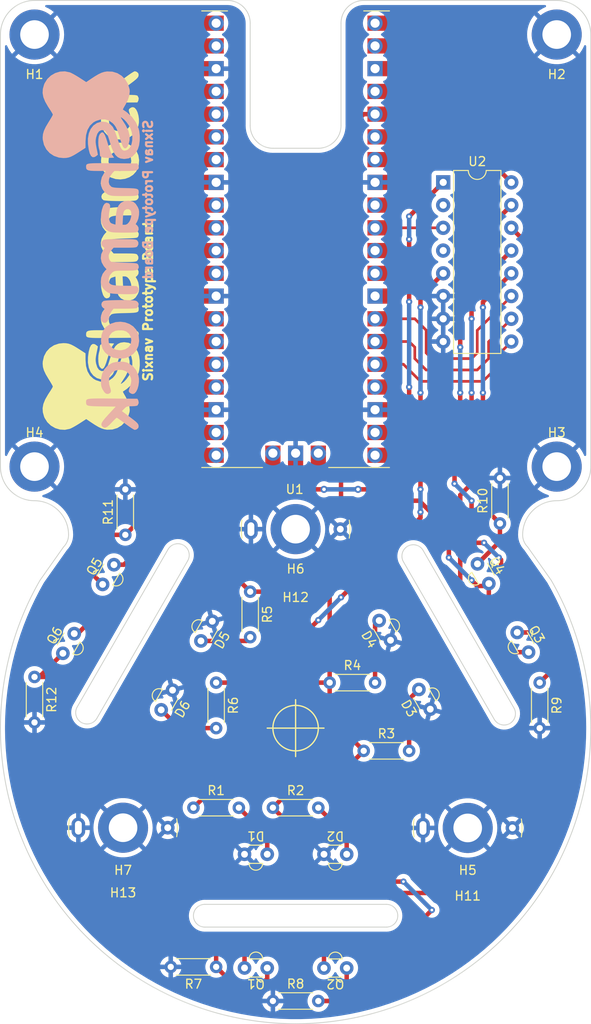
<source format=kicad_pcb>
(kicad_pcb (version 20211014) (generator pcbnew)
  (layers (0 "F.Cu" signal) (31 "B.Cu" power) (34 "B.Paste" user) (35 "F.Paste" user) (36 "B.SilkS" user "B.Silkscreen") (37 "F.SilkS" user "F.Silkscreen") (38 "B.Mask" user) (39 "F.Mask" user) (44 "Edge.Cuts" user))
  (net 0 "")
  (net 1 "GND")
  (net 2 "/D1_A")
  (net 3 "/D2_A")
  (net 4 "/D3_A")
  (net 5 "/D4_A")
  (net 6 "/D5_A")
  (net 7 "/D6_A")
  (net 8 "/MUX_X0_Q1")
  (net 9 "+3.3V")
  (net 10 "/MUX_X1_Q2")
  (net 11 "/MUX_X2_Q3")
  (net 12 "/MUX_X3_Q4")
  (net 13 "/MUX_X4_Q5")
  (net 14 "/MUX_X5_Q6")
  (net 34 "/MUX_C")
  (net 35 "/MUX_B")
  (net 36 "/MUX_A")
  (net 40 "/ADC_IN")
  (footprint "LibSixnavPrototype:IR908-7C-F" (layer "F.Cu") (at 149.046877 114.983035 -60)
    (fp_text reference "D4" (at 1.27 2.032 -60 unlocked) (layer "F.SilkS"))
    (fp_text value "IR908-7C-F")
    (pad "1" thru_hole circle (at 0 0 300) (size 1.524 1.524) (drill 0.762) (layers *.Cu *.Mask) (net 5 "/D4_A"))
    (pad "2" thru_hole circle (at 2.54 0 300) (size 1.524 1.524) (drill 0.762) (layers *.Cu *.Mask) (net 1 "GND"))
  )
  (footprint "LibSixnavPrototype:Raspberry Pi Pico" (layer "F.Cu") (at 139.7 73.66)
    (fp_text reference "U1" (at -0.1 26.67 unlocked) (layer "F.SilkS"))
    (fp_text value "Pico")
    (pad "1" smd rect (at -8.89 -25.4) (size 3.5 1.7) (drill (offset -0.9 0)) (layers "F.Cu" "F.Mask"))
    (pad "1" thru_hole oval (at -8.89 -25.4) (size 1.7 1.7) (drill 1.02) (layers *.Cu *.Mask))
    (pad "2" smd rect (at -8.89 -22.86) (size 3.5 1.7) (drill (offset -0.9 0)) (layers "F.Cu" "F.Mask"))
    (pad "2" thru_hole oval (at -8.89 -22.86) (size 1.7 1.7) (drill 1.02) (layers *.Cu *.Mask))
    (pad "3" smd rect (at -8.89 -20.32) (size 3.5 1.7) (drill (offset -0.9 0)) (layers "F.Cu" "F.Mask") (net 1 "GND"))
    (pad "3" thru_hole rect (at -8.89 -20.32) (size 1.7 1.7) (drill 1.02) (layers *.Cu *.Mask) (net 1 "GND"))
    (pad "4" thru_hole oval (at -8.89 -17.78) (size 1.7 1.7) (drill 1.02) (layers *.Cu *.Mask))
    (pad "4" smd rect (at -8.89 -17.78) (size 3.5 1.7) (drill (offset -0.9 0)) (layers "F.Cu" "F.Mask"))
    (pad "5" smd rect (at -8.89 -15.24) (size 3.5 1.7) (drill (offset -0.9 0)) (layers "F.Cu" "F.Mask"))
    (pad "5" thru_hole oval (at -8.89 -15.24) (size 1.7 1.7) (drill 1.02) (layers *.Cu *.Mask))
    (pad "6" smd rect (at -8.89 -12.7) (size 3.5 1.7) (drill (offset -0.9 0)) (layers "F.Cu" "F.Mask"))
    (pad "6" thru_hole oval (at -8.89 -12.7) (size 1.7 1.7) (drill 1.02) (layers *.Cu *.Mask))
    (pad "7" thru_hole oval (at -8.89 -10.16) (size 1.7 1.7) (drill 1.02) (layers *.Cu *.Mask))
    (pad "7" smd rect (at -8.89 -10.16) (size 3.5 1.7) (drill (offset -0.9 0)) (layers "F.Cu" "F.Mask"))
    (pad "8" smd rect (at -8.89 -7.62) (size 3.5 1.7) (drill (offset -0.9 0)) (layers "F.Cu" "F.Mask") (net 1 "GND"))
    (pad "8" thru_hole rect (at -8.89 -7.62) (size 1.7 1.7) (drill 1.02) (layers *.Cu *.Mask) (net 1 "GND"))
    (pad "9" smd rect (at -8.89 -5.08) (size 3.5 1.7) (drill (offset -0.9 0)) (layers "F.Cu" "F.Mask"))
    (pad "9" thru_hole oval (at -8.89 -5.08) (size 1.7 1.7) (drill 1.02) (layers *.Cu *.Mask))
    (pad "10" thru_hole oval (at -8.89 -2.54) (size 1.7 1.7) (drill 1.02) (layers *.Cu *.Mask))
    (pad "10" smd rect (at -8.89 -2.54) (size 3.5 1.7) (drill (offset -0.9 0)) (layers "F.Cu" "F.Mask"))
    (pad "11" thru_hole oval (at -8.89 0) (size 1.7 1.7) (drill 1.02) (layers *.Cu *.Mask))
    (pad "11" smd rect (at -8.89 0) (size 3.5 1.7) (drill (offset -0.9 0)) (layers "F.Cu" "F.Mask"))
    (pad "12" smd rect (at -8.89 2.54) (size 3.5 1.7) (drill (offset -0.9 0)) (layers "F.Cu" "F.Mask"))
    (pad "12" thru_hole oval (at -8.89 2.54) (size 1.7 1.7) (drill 1.02) (layers *.Cu *.Mask))
    (pad "13" thru_hole rect (at -8.89 5.08) (size 1.7 1.7) (drill 1.02) (layers *.Cu *.Mask) (net 1 "GND"))
    (pad "13" smd rect (at -8.89 5.08) (size 3.5 1.7) (drill (offset -0.9 0)) (layers "F.Cu" "F.Mask") (net 1 "GND"))
    (pad "14" smd rect (at -8.89 7.62) (size 3.5 1.7) (drill (offset -0.9 0)) (layers "F.Cu" "F.Mask"))
    (pad "14" thru_hole oval (at -8.89 7.62) (size 1.7 1.7) (drill 1.02) (layers *.Cu *.Mask))
    (pad "15" thru_hole oval (at -8.89 10.16) (size 1.7 1.7) (drill 1.02) (layers *.Cu *.Mask))
    (pad "15" smd rect (at -8.89 10.16) (size 3.5 1.7) (drill (offset -0.9 0)) (layers "F.Cu" "F.Mask"))
    (pad "16" smd rect (at -8.89 12.7) (size 3.5 1.7) (drill (offset -0.9 0)) (layers "F.Cu" "F.Mask"))
    (pad "16" thru_hole oval (at -8.89 12.7) (size 1.7 1.7) (drill 1.02) (layers *.Cu *.Mask))
    (pad "17" smd rect (at -8.89 15.24) (size 3.5 1.7) (drill (offset -0.9 0)) (layers "F.Cu" "F.Mask"))
    (pad "17" thru_hole oval (at -8.89 15.24) (size 1.7 1.7) (drill 1.02) (layers *.Cu *.Mask))
    (pad "18" thru_hole rect (at -8.89 17.78) (size 1.7 1.7) (drill 1.02) (layers *.Cu *.Mask) (net 1 "GND"))
    (pad "18" smd rect (at -8.89 17.78) (size 3.5 1.7) (drill (offset -0.9 0)) (layers "F.Cu" "F.Mask") (net 1 "GND"))
    (pad "19" thru_hole oval (at -8.89 20.32) (size 1.7 1.7) (drill 1.02) (layers *.Cu *.Mask))
    (pad "19" smd rect (at -8.89 20.32) (size 3.5 1.7) (drill (offset -0.9 0)) (layers "F.Cu" "F.Mask"))
    (pad "20" smd rect (at -8.89 22.86) (size 3.5 1.7) (drill (offset -0.9 0)) (layers "F.Cu" "F.Mask"))
    (pad "20" thru_hole oval (at -8.89 22.86) (size 1.7 1.7) (drill 1.02) (layers *.Cu *.Mask))
    (pad "21" thru_hole oval (at 8.89 22.86) (size 1.7 1.7) (drill 1.02) (layers *.Cu *.Mask))
    (pad "21" smd rect (at 8.89 22.86) (size 3.5 1.7) (drill (offset 0.9 0)) (layers "F.Cu" "F.Mask"))
    (pad "22" thru_hole oval (at 8.89 20.32) (size 1.7 1.7) (drill 1.02) (layers *.Cu *.Mask))
    (pad "22" smd rect (at 8.89 20.32) (size 3.5 1.7) (drill (offset 0.9 0)) (layers "F.Cu" "F.Mask"))
    (pad "23" thru_hole rect (at 8.89 17.78) (size 1.7 1.7) (drill 1.02) (layers *.Cu *.Mask) (net 1 "GND"))
    (pad "23" smd rect (at 8.89 17.78) (size 3.5 1.7) (drill (offset 0.9 0)) (layers "F.Cu" "F.Mask") (net 1 "GND"))
    (pad "24" thru_hole oval (at 8.89 15.24) (size 1.7 1.7) (drill 1.02) (layers *.Cu *.Mask))
    (pad "24" smd rect (at 8.89 15.24) (size 3.5 1.7) (drill (offset 0.9 0)) (layers "F.Cu" "F.Mask"))
    (pad "25" thru_hole oval (at 8.89 12.7) (size 1.7 1.7) (drill 1.02) (layers *.Cu *.Mask) (net 34 "/MUX_C"))
    (pad "25" smd rect (at 8.89 12.7) (size 3.5 1.7) (drill (offset 0.9 0)) (layers "F.Cu" "F.Mask") (net 34 "/MUX_C"))
    (pad "26" smd rect (at 8.89 10.16) (size 3.5 1.7) (drill (offset 0.9 0)) (layers "F.Cu" "F.Mask") (net 35 "/MUX_B"))
    (pad "26" thru_hole oval (at 8.89 10.16) (size 1.7 1.7) (drill 1.02) (layers *.Cu *.Mask) (net 35 "/MUX_B"))
    (pad "27" smd rect (at 8.89 7.62) (size 3.5 1.7) (drill (offset 0.9 0)) (layers "F.Cu" "F.Mask") (net 36 "/MUX_A"))
    (pad "27" thru_hole oval (at 8.89 7.62) (size 1.7 1.7) (drill 1.02) (layers *.Cu *.Mask) (net 36 "/MUX_A"))
    (pad "28" smd rect (at 8.89 5.08) (size 3.5 1.7) (drill (offset 0.9 0)) (layers "F.Cu" "F.Mask"))
    (pad "28" thru_hole rect (at 8.89 5.08) (size 1.7 1.7) (drill 1.02) (layers *.Cu *.Mask))
    (pad "29" thru_hole oval (at 8.89 2.54) (size 1.7 1.7) (drill 1.02) (layers *.Cu *.Mask))
    (pad "29" smd rect (at 8.89 2.54) (size 3.5 1.7) (drill (offset 0.9 0)) (layers "F.Cu" "F.Mask"))
    (pad "30" smd rect (at 8.89 0) (size 3.5 1.7) (drill (offset 0.9 0)) (layers "F.Cu" "F.Mask"))
    (pad "30" thru_hole oval (at 8.89 0) (size 1.7 1.7) (drill 1.02) (layers *.Cu *.Mask))
    (pad "31" thru_hole oval (at 8.89 -2.54) (size 1.7 1.7) (drill 1.02) (layers *.Cu *.Mask) (net 40 "/ADC_IN"))
    (pad "31" smd rect (at 8.89 -2.54) (size 3.5 1.7) (drill (offset 0.9 0)) (layers "F.Cu" "F.Mask") (net 40 "/ADC_IN"))
    (pad "32" smd rect (at 8.89 -5.08) (size 3.5 1.7) (drill (offset 0.9 0)) (layers "F.Cu" "F.Mask"))
    (pad "32" thru_hole oval (at 8.89 -5.08) (size 1.7 1.7) (drill 1.02) (layers *.Cu *.Mask))
    (pad "33" smd rect (at 8.89 -7.62) (size 3.5 1.7) (drill (offset 0.9 0)) (layers "F.Cu" "F.Mask") (net 1 "GND"))
    (pad "33" thru_hole rect (at 8.89 -7.62) (size 1.7 1.7) (drill 1.02) (layers *.Cu *.Mask) (net 1 "GND"))
    (pad "34" thru_hole oval (at 8.89 -10.16) (size 1.7 1.7) (drill 1.02) (layers *.Cu *.Mask))
    (pad "34" smd rect (at 8.89 -10.16) (size 3.5 1.7) (drill (offset 0.9 0)) (layers "F.Cu" "F.Mask"))
    (pad "35" smd rect (at 8.89 -12.7) (size 3.5 1.7) (drill (offset 0.9 0)) (layers "F.Cu" "F.Mask"))
    (pad "35" thru_hole oval (at 8.89 -12.7) (size 1.7 1.7) (drill 1.02) (layers *.Cu *.Mask))
    (pad "36" thru_hole oval (at 8.89 -15.24) (size 1.7 1.7) (drill 1.02) (layers *.Cu *.Mask) (net 9 "+3.3V"))
    (pad "36" smd rect (at 8.89 -15.24) (size 3.5 1.7) (drill (offset 0.9 0)) (layers "F.Cu" "F.Mask") (net 9 "+3.3V"))
    (pad "37" smd rect (at 8.89 -17.78) (size 3.5 1.7) (drill (offset 0.9 0)) (layers "F.Cu" "F.Mask"))
    (pad "37" thru_hole oval (at 8.89 -17.78) (size 1.7 1.7) (drill 1.02) (layers *.Cu *.Mask))
    (pad "38" thru_hole rect (at 8.89 -20.32) (size 1.7 1.7) (drill 1.02) (layers *.Cu *.Mask))
    (pad "38" smd rect (at 8.89 -20.32) (size 3.5 1.7) (drill (offset 0.9 0)) (layers "F.Cu" "F.Mask"))
    (pad "39" thru_hole oval (at 8.89 -22.86) (size 1.7 1.7) (drill 1.02) (layers *.Cu *.Mask))
    (pad "39" smd rect (at 8.89 -22.86) (size 3.5 1.7) (drill (offset 0.9 0)) (layers "F.Cu" "F.Mask"))
    (pad "40" smd rect (at 8.89 -25.4) (size 3.5 1.7) (drill (offset 0.9 0)) (layers "F.Cu" "F.Mask"))
    (pad "40" thru_hole oval (at 8.89 -25.4) (size 1.7 1.7) (drill 1.02) (layers *.Cu *.Mask))
    (pad "41" smd rect (at -2.54 22.63 90) (size 3.5 1.7) (drill (offset -0.9 0)) (layers "F.Cu" "F.Mask"))
    (pad "41" thru_hole oval (at -2.54 22.63) (size 1.7 1.7) (drill 1.02) (layers *.Cu *.Mask))
    (pad "42" smd rect (at 0 22.63 90) (size 3.5 1.7) (drill (offset -0.9 0)) (layers "F.Cu" "F.Mask") (net 1 "GND"))
    (pad "42" thru_hole rect (at 0 22.63) (size 1.7 1.7) (drill 1.02) (layers *.Cu *.Mask) (net 1 "GND"))
    (pad "43" smd rect (at 2.54 22.63 90) (size 3.5 1.7) (drill (offset -0.9 0)) (layers "F.Cu" "F.Mask"))
    (pad "43" thru_hole oval (at 2.54 22.63) (size 1.7 1.7) (drill 1.02) (layers *.Cu *.Mask))
  )
  (footprint "MountingHole:MountingHole_3.2mm_M3_DIN965_Pad" (layer "F.Cu") (at 168.91 97.79)
    (fp_text reference "H3" (at 0 -3.8) (layer "F.SilkS"))
    (fp_text value "M3")
    (pad "1" thru_hole circle (at 0 0) (size 5.6 5.6) (drill 3.2) (layers *.Cu *.Mask) (net 1 "GND"))
  )
  (footprint "MountingHole:MountingHole_3.2mm_M3_DIN965_Pad" (layer "F.Cu") (at 110.49 49.53)
    (fp_text reference "H1" (at 0 4.445) (layer "F.SilkS"))
    (fp_text value "M3")
    (pad "1" thru_hole circle (at 0 0) (size 5.6 5.6) (drill 3.2) (layers *.Cu *.Mask) (net 1 "GND"))
  )
  (footprint "LibSixnavPrototype:TouchSpring10mm" (layer "F.Cu") (at 158.9532 138.1506)
    (fp_text reference "H11" (at 0 7.595 unlocked) (layer "F.SilkS"))
    (fp_text value "TouchSpring")
    (pad "1" thru_hole oval (at -5 0) (size 1.524 2.286) (drill oval 0.762 1.524) (layers *.Cu *.Mask) (net 1 "GND"))
    (pad "2" thru_hole circle (at 5 0) (size 1.524 1.524) (drill 0.762) (layers *.Cu *.Mask) (net 1 "GND"))
  )
  (footprint "MountingHole:MountingHole_3.2mm_M3_DIN965_Pad" (layer "F.Cu") (at 139.7 104.775)
    (fp_text reference "H6" (at 0 4.445) (layer "F.SilkS"))
    (fp_text value "M3")
    (pad "1" thru_hole circle (at 0 0) (size 5.6 5.6) (drill 3.2) (layers *.Cu *.Mask) (net 1 "GND"))
  )
  (footprint "LibSixnavPrototype:IR908-7C-F" (layer "F.Cu") (at 124.663523 124.96067 60)
    (fp_text reference "D6" (at 1.27 2.032 60 unlocked) (layer "F.SilkS"))
    (fp_text value "IR908-7C-F")
    (pad "1" thru_hole circle (at 0 0 60) (size 1.524 1.524) (drill 0.762) (layers *.Cu *.Mask) (net 7 "/D6_A"))
    (pad "2" thru_hole circle (at 2.54 0 60) (size 1.524 1.524) (drill 0.762) (layers *.Cu *.Mask) (net 1 "GND"))
  )
  (footprint "LibSixnavPrototype:TouchSpring10mm" (layer "F.Cu") (at 139.7 104.775)
    (fp_text reference "H12" (at 0 7.62 unlocked) (layer "F.SilkS"))
    (fp_text value "TouchSpring")
    (pad "1" thru_hole oval (at -5 0) (size 1.524 2.286) (drill oval 0.762 1.524) (layers *.Cu *.Mask) (net 1 "GND"))
    (pad "2" thru_hole circle (at 5 0) (size 1.524 1.524) (drill 0.762) (layers *.Cu *.Mask) (net 1 "GND"))
  )
  (footprint "LibSixnavPrototype:PT908-7C-F" (layer "F.Cu") (at 118.11 110.9472 60)
    (fp_text reference "Q5" (at 1.27 -1.778 60 unlocked) (layer "F.SilkS"))
    (fp_text value "PT908-7C-F")
    (pad "1" thru_hole circle (at 0 0 60) (size 1.524 1.524) (drill 0.762) (layers *.Cu *.Mask) (net 13 "/MUX_X4_Q5"))
    (pad "2" thru_hole circle (at 2.54 0 60) (size 1.524 1.524) (drill 0.762) (layers *.Cu *.Mask) (net 9 "+3.3V"))
  )
  (footprint "MountingHole:MountingHole_3.2mm_M3_DIN965_Pad" (layer "F.Cu") (at 168.91 49.53)
    (fp_text reference "H2" (at 0 4.445) (layer "F.SilkS"))
    (fp_text value "M3")
    (pad "1" thru_hole circle (at 0 0) (size 5.6 5.6) (drill 3.2) (layers *.Cu *.Mask) (net 1 "GND"))
  )
  (footprint "Resistor_THT:R_Axial_DIN0204_L3.6mm_D1.6mm_P5.08mm_Horizontal" (layer "F.Cu") (at 134.62 111.76 -90)
    (fp_text reference "R5" (at 2.54 -1.92 90) (layer "F.SilkS"))
    (fp_text value "100")
    (pad "1" thru_hole circle (at 0 0 270) (size 1.4 1.4) (drill 0.7) (layers *.Cu *.Mask) (net 9 "+3.3V"))
    (pad "2" thru_hole oval (at 5.08 0 270) (size 1.4 1.4) (drill 0.7) (layers *.Cu *.Mask) (net 6 "/D5_A"))
  )
  (footprint "LibSixnavPrototype:IR908-7C-F" (layer "F.Cu") (at 153.491877 122.682001 -60)
    (fp_text reference "D3" (at 1.27 2.032 -60 unlocked) (layer "F.SilkS"))
    (fp_text value "IR908-7C-F")
    (pad "1" thru_hole circle (at 0 0 300) (size 1.524 1.524) (drill 0.762) (layers *.Cu *.Mask) (net 4 "/D3_A"))
    (pad "2" thru_hole circle (at 2.54 0 300) (size 1.524 1.524) (drill 0.762) (layers *.Cu *.Mask) (net 1 "GND"))
  )
  (footprint "LibSixnavPrototype:PT908-7C-F" (layer "F.Cu") (at 164.4904 116.316695 -60)
    (fp_text reference "Q3" (at 1.27 -1.778 -60 unlocked) (layer "F.SilkS"))
    (fp_text value "PT908-7C-F")
    (pad "1" thru_hole circle (at 0 0 300) (size 1.524 1.524) (drill 0.762) (layers *.Cu *.Mask) (net 11 "/MUX_X2_Q3"))
    (pad "2" thru_hole circle (at 2.54 0 300) (size 1.524 1.524) (drill 0.762) (layers *.Cu *.Mask) (net 9 "+3.3V"))
  )
  (footprint "Resistor_THT:R_Axial_DIN0204_L3.6mm_D1.6mm_P5.08mm_Horizontal" (layer "F.Cu") (at 130.81 121.92 -90)
    (fp_text reference "R6" (at 2.54 -1.92 90) (layer "F.SilkS"))
    (fp_text value "100")
    (pad "1" thru_hole circle (at 0 0 270) (size 1.4 1.4) (drill 0.7) (layers *.Cu *.Mask) (net 9 "+3.3V"))
    (pad "2" thru_hole oval (at 5.08 0 270) (size 1.4 1.4) (drill 0.7) (layers *.Cu *.Mask) (net 7 "/D6_A"))
  )
  (footprint "Resistor_THT:R_Axial_DIN0204_L3.6mm_D1.6mm_P5.08mm_Horizontal" (layer "F.Cu") (at 143.51 121.92)
    (fp_text reference "R4" (at 2.54 -1.92) (layer "F.SilkS"))
    (fp_text value "100")
    (pad "1" thru_hole circle (at 0 0) (size 1.4 1.4) (drill 0.7) (layers *.Cu *.Mask) (net 9 "+3.3V"))
    (pad "2" thru_hole oval (at 5.08 0) (size 1.4 1.4) (drill 0.7) (layers *.Cu *.Mask) (net 5 "/D4_A"))
  )
  (footprint "Resistor_THT:R_Axial_DIN0204_L3.6mm_D1.6mm_P5.08mm_Horizontal" (layer "F.Cu") (at 137.16 135.89)
    (fp_text reference "R2" (at 2.54 -1.92) (layer "F.SilkS"))
    (fp_text value "100")
    (pad "1" thru_hole circle (at 0 0) (size 1.4 1.4) (drill 0.7) (layers *.Cu *.Mask) (net 9 "+3.3V"))
    (pad "2" thru_hole oval (at 5.08 0) (size 1.4 1.4) (drill 0.7) (layers *.Cu *.Mask) (net 3 "/D2_A"))
  )
  (footprint "LibSixnavPrototype:PT908-7C-F" (layer "F.Cu") (at 136.525 153.7902 180)
    (fp_text reference "Q1" (at 1.27 -1.778 180 unlocked) (layer "F.SilkS"))
    (fp_text value "PT908-7C-F")
    (pad "1" thru_hole circle (at 0 0 180) (size 1.524 1.524) (drill 0.762) (layers *.Cu *.Mask) (net 8 "/MUX_X0_Q1"))
    (pad "2" thru_hole circle (at 2.54 0 180) (size 1.524 1.524) (drill 0.762) (layers *.Cu *.Mask) (net 9 "+3.3V"))
  )
  (footprint "Resistor_THT:R_Axial_DIN0204_L3.6mm_D1.6mm_P5.08mm_Horizontal" (layer "F.Cu") (at 147.32 129.54)
    (fp_text reference "R3" (at 2.54 -1.92) (layer "F.SilkS"))
    (fp_text value "100")
    (pad "1" thru_hole circle (at 0 0) (size 1.4 1.4) (drill 0.7) (layers *.Cu *.Mask) (net 9 "+3.3V"))
    (pad "2" thru_hole oval (at 5.08 0) (size 1.4 1.4) (drill 0.7) (layers *.Cu *.Mask) (net 4 "/D3_A"))
  )
  (footprint "Resistor_THT:R_Axial_DIN0204_L3.6mm_D1.6mm_P5.08mm_Horizontal" (layer "F.Cu") (at 142.24 157.48 180)
    (fp_text reference "R8" (at 2.54 1.905) (layer "F.SilkS"))
    (fp_text value "2k")
    (pad "1" thru_hole circle (at 0 0 180) (size 1.4 1.4) (drill 0.7) (layers *.Cu *.Mask) (net 10 "/MUX_X1_Q2"))
    (pad "2" thru_hole oval (at 5.08 0 180) (size 1.4 1.4) (drill 0.7) (layers *.Cu *.Mask) (net 1 "GND"))
  )
  (footprint "Package_DIP:DIP-16_W7.62mm" (layer "F.Cu") (at 156.21 66.04)
    (fp_text reference "U2" (at 3.81 -2.33) (layer "F.SilkS"))
    (fp_text value "CD4051B")
    (pad "1" thru_hole rect (at 0 0) (size 1.6 1.6) (drill 0.8) (layers *.Cu *.Mask) (net 13 "/MUX_X4_Q5"))
    (pad "2" thru_hole oval (at 0 2.54) (size 1.6 1.6) (drill 0.8) (layers *.Cu *.Mask))
    (pad "3" thru_hole oval (at 0 5.08) (size 1.6 1.6) (drill 0.8) (layers *.Cu *.Mask) (net 40 "/ADC_IN"))
    (pad "4" thru_hole oval (at 0 7.62) (size 1.6 1.6) (drill 0.8) (layers *.Cu *.Mask))
    (pad "5" thru_hole oval (at 0 10.16) (size 1.6 1.6) (drill 0.8) (layers *.Cu *.Mask) (net 14 "/MUX_X5_Q6"))
    (pad "6" thru_hole oval (at 0 12.7) (size 1.6 1.6) (drill 0.8) (layers *.Cu *.Mask) (net 1 "GND"))
    (pad "7" thru_hole oval (at 0 15.24) (size 1.6 1.6) (drill 0.8) (layers *.Cu *.Mask) (net 1 "GND"))
    (pad "8" thru_hole oval (at 0 17.78) (size 1.6 1.6) (drill 0.8) (layers *.Cu *.Mask) (net 1 "GND"))
    (pad "9" thru_hole oval (at 7.62 17.78) (size 1.6 1.6) (drill 0.8) (layers *.Cu *.Mask) (net 34 "/MUX_C"))
    (pad "10" thru_hole oval (at 7.62 15.24) (size 1.6 1.6) (drill 0.8) (layers *.Cu *.Mask) (net 35 "/MUX_B"))
    (pad "11" thru_hole oval (at 7.62 12.7) (size 1.6 1.6) (drill 0.8) (layers *.Cu *.Mask) (net 36 "/MUX_A"))
    (pad "12" thru_hole oval (at 7.62 10.16) (size 1.6 1.6) (drill 0.8) (layers *.Cu *.Mask) (net 12 "/MUX_X3_Q4"))
    (pad "13" thru_hole oval (at 7.62 7.62) (size 1.6 1.6) (drill 0.8) (layers *.Cu *.Mask) (net 8 "/MUX_X0_Q1"))
    (pad "14" thru_hole oval (at 7.62 5.08) (size 1.6 1.6) (drill 0.8) (layers *.Cu *.Mask) (net 10 "/MUX_X1_Q2"))
    (pad "15" thru_hole oval (at 7.62 2.54) (size 1.6 1.6) (drill 0.8) (layers *.Cu *.Mask) (net 11 "/MUX_X2_Q3"))
    (pad "16" thru_hole oval (at 7.62 0) (size 1.6 1.6) (drill 0.8) (layers *.Cu *.Mask) (net 9 "+3.3V"))
  )
  (footprint "Resistor_THT:R_Axial_DIN0204_L3.6mm_D1.6mm_P5.08mm_Horizontal" (layer "F.Cu") (at 162.56 104.14 90)
    (fp_text reference "R10" (at 2.54 -1.92 90) (layer "F.SilkS"))
    (fp_text value "2k")
    (pad "1" thru_hole circle (at 0 0 90) (size 1.4 1.4) (drill 0.7) (layers *.Cu *.Mask) (net 12 "/MUX_X3_Q4"))
    (pad "2" thru_hole oval (at 5.08 0 90) (size 1.4 1.4) (drill 0.7) (layers *.Cu *.Mask) (net 1 "GND"))
  )
  (footprint "LibSixnavPrototype:IR908-7C-F" (layer "F.Cu") (at 136.525 141.0902 180)
    (fp_text reference "D1" (at 1.27 2.032 180 unlocked) (layer "F.SilkS"))
    (fp_text value "IR908-7C-F")
    (pad "1" thru_hole circle (at 0 0 180) (size 1.524 1.524) (drill 0.762) (layers *.Cu *.Mask) (net 2 "/D1_A"))
    (pad "2" thru_hole circle (at 2.54 0 180) (size 1.524 1.524) (drill 0.762) (layers *.Cu *.Mask) (net 1 "GND"))
  )
  (footprint "MountingHole:MountingHole_3.2mm_M3_DIN965_Pad" (layer "F.Cu") (at 158.9532 138.1506)
    (fp_text reference "H5" (at 0 4.7244) (layer "F.SilkS"))
    (fp_text value "M3")
    (pad "1" thru_hole circle (at 0 0) (size 5.6 5.6) (drill 3.2) (layers *.Cu *.Mask) (net 1 "GND"))
  )
  (footprint "Resistor_THT:R_Axial_DIN0204_L3.6mm_D1.6mm_P5.08mm_Horizontal" (layer "F.Cu") (at 167.005 121.92 -90)
    (fp_text reference "R9" (at 2.54 -1.92 90) (layer "F.SilkS"))
    (fp_text value "2k")
    (pad "1" thru_hole circle (at 0 0 270) (size 1.4 1.4) (drill 0.7) (layers *.Cu *.Mask) (net 11 "/MUX_X2_Q3"))
    (pad "2" thru_hole oval (at 5.08 0 270) (size 1.4 1.4) (drill 0.7) (layers *.Cu *.Mask) (net 1 "GND"))
  )
  (footprint "LibSixnavPrototype:TouchSpring10mm" (layer "F.Cu") (at 120.396 138.1252)
    (fp_text reference "H13" (at 0 7.2644 unlocked) (layer "F.SilkS"))
    (fp_text value "TouchSpring")
    (pad "1" thru_hole oval (at -5 0) (size 1.524 2.286) (drill oval 0.762 1.524) (layers *.Cu *.Mask) (net 1 "GND"))
    (pad "2" thru_hole circle (at 5 0) (size 1.524 1.524) (drill 0.762) (layers *.Cu *.Mask) (net 1 "GND"))
  )
  (footprint "LibSixnavPrototype:PT908-7C-F" (layer "F.Cu") (at 113.665 118.6434 60)
    (fp_text reference "Q6" (at 1.27 -1.778 60 unlocked) (layer "F.SilkS"))
    (fp_text value "PT908-7C-F")
    (pad "1" thru_hole circle (at 0 0 60) (size 1.524 1.524) (drill 0.762) (layers *.Cu *.Mask) (net 14 "/MUX_X5_Q6"))
    (pad "2" thru_hole circle (at 2.54 0 60) (size 1.524 1.524) (drill 0.762) (layers *.Cu *.Mask) (net 9 "+3.3V"))
  )
  (footprint "MountingHole:MountingHole_3.2mm_M3_DIN965_Pad" (layer "F.Cu") (at 120.396 138.1252)
    (fp_text reference "H7" (at 0 4.7498) (layer "F.SilkS"))
    (fp_text value "M3")
    (pad "1" thru_hole circle (at 0 0) (size 5.6 5.6) (drill 3.2) (layers *.Cu *.Mask) (net 1 "GND"))
  )
  (footprint "MountingHole:MountingHole_3.2mm_M3_DIN965_Pad" (layer "F.Cu") (at 110.49 97.79)
    (fp_text reference "H4" (at 0 -3.8) (layer "F.SilkS"))
    (fp_text value "M3")
    (pad "1" thru_hole circle (at 0 0) (size 5.6 5.6) (drill 3.2) (layers *.Cu *.Mask) (net 1 "GND"))
  )
  (footprint "LibSixnavPrototype:IR908-7C-F" (layer "F.Cu") (at 145.415 141.0902 180)
    (fp_text reference "D2" (at 1.27 2.032 180 unlocked) (layer "F.SilkS"))
    (fp_text value "IR908-7C-F")
    (pad "1" thru_hole circle (at 0 0 180) (size 1.524 1.524) (drill 0.762) (layers *.Cu *.Mask) (net 3 "/D2_A"))
    (pad "2" thru_hole circle (at 2.54 0 180) (size 1.524 1.524) (drill 0.762) (layers *.Cu *.Mask) (net 1 "GND"))
  )
  (footprint "LibSixnavPrototype:PT908-7C-F" (layer "F.Cu") (at 160.045442 108.653548 -60)
    (fp_text reference "Q4" (at 1.27 -1.778 -60 unlocked) (layer "F.SilkS"))
    (fp_text value "PT908-7C-F")
    (pad "1" thru_hole circle (at 0 0 300) (size 1.524 1.524) (drill 0.762) (layers *.Cu *.Mask) (net 12 "/MUX_X3_Q4"))
    (pad "2" thru_hole circle (at 2.54 0 300) (size 1.524 1.524) (drill 0.762) (layers *.Cu *.Mask) (net 9 "+3.3V"))
  )
  (footprint "LibSixnavPrototype:IR908-7C-F" (layer "F.Cu") (at 129.108523 117.261704 60)
    (fp_text reference "D5" (at 1.27 2.032 60 unlocked) (layer "F.SilkS"))
    (fp_text value "IR908-7C-F")
    (pad "1" thru_hole circle (at 0 0 60) (size 1.524 1.524) (drill 0.762) (layers *.Cu *.Mask) (net 6 "/D5_A"))
    (pad "2" thru_hole circle (at 2.54 0 60) (size 1.524 1.524) (drill 0.762) (layers *.Cu *.Mask) (net 1 "GND"))
  )
  (footprint "Resistor_THT:R_Axial_DIN0204_L3.6mm_D1.6mm_P5.08mm_Horizontal" (layer "F.Cu") (at 120.65 105.41 90)
    (fp_text reference "R11" (at 2.54 -1.92 90) (layer "F.SilkS"))
    (fp_text value "2k")
    (pad "1" thru_hole circle (at 0 0 90) (size 1.4 1.4) (drill 0.7) (layers *.Cu *.Mask) (net 13 "/MUX_X4_Q5"))
    (pad "2" thru_hole oval (at 5.08 0 90) (size 1.4 1.4) (drill 0.7) (layers *.Cu *.Mask) (net 1 "GND"))
  )
  (footprint "LibSixnavPrototype:PT908-7C-F" (layer "F.Cu") (at 145.415 153.797 180)
    (fp_text reference "Q2" (at 1.27 -1.778 180 unlocked) (layer "F.SilkS"))
    (fp_text value "PT908-7C-F")
    (pad "1" thru_hole circle (at 0 0 180) (size 1.524 1.524) (drill 0.762) (layers *.Cu *.Mask) (net 10 "/MUX_X1_Q2"))
    (pad "2" thru_hole circle (at 2.54 0 180) (size 1.524 1.524) (drill 0.762) (layers *.Cu *.Mask) (net 9 "+3.3V"))
  )
  (footprint "Resistor_THT:R_Axial_DIN0204_L3.6mm_D1.6mm_P5.08mm_Horizontal" (layer "F.Cu") (at 128.27 135.89)
    (fp_text reference "R1" (at 2.54 -1.92) (layer "F.SilkS"))
    (fp_text value "100")
    (pad "1" thru_hole circle (at 0 0) (size 1.4 1.4) (drill 0.7) (layers *.Cu *.Mask) (net 9 "+3.3V"))
    (pad "2" thru_hole oval (at 5.08 0) (size 1.4 1.4) (drill 0.7) (layers *.Cu *.Mask) (net 2 "/D1_A"))
  )
  (footprint "Resistor_THT:R_Axial_DIN0204_L3.6mm_D1.6mm_P5.08mm_Horizontal" (layer "F.Cu") (at 130.81 153.67 180)
    (fp_text reference "R7" (at 2.54 -1.92) (layer "F.SilkS"))
    (fp_text value "2k")
    (pad "1" thru_hole circle (at 0 0 180) (size 1.4 1.4) (drill 0.7) (layers *.Cu *.Mask) (net 8 "/MUX_X0_Q1"))
    (pad "2" thru_hole oval (at 5.08 0 180) (size 1.4 1.4) (drill 0.7) (layers *.Cu *.Mask) (net 1 "GND"))
  )
  (footprint "Resistor_THT:R_Axial_DIN0204_L3.6mm_D1.6mm_P5.08mm_Horizontal" (layer "F.Cu") (at 110.49 121.285 -90)
    (fp_text reference "R12" (at 2.54 -1.92 90) (layer "F.SilkS"))
    (fp_text value "2k")
    (pad "1" thru_hole circle (at 0 0 270) (size 1.4 1.4) (drill 0.7) (layers *.Cu *.Mask) (net 14 "/MUX_X5_Q6"))
    (pad "2" thru_hole oval (at 5.08 0 270) (size 1.4 1.4) (drill 0.7) (layers *.Cu *.Mask) (net 1 "GND"))
  )
  (footprint "LOGO" (layer "F.Cu") (at 116.84 73.66 90)
    (fp_text reference "G***" hide)
    (fp_text value "LOGO" hide)
  )
  (footprint "LOGO" (layer "B.Cu") (at 116.84 73.66 -90)
    (fp_text reference "G***" hide)
    (fp_text value "LOGO" hide)
  )
  (gr_line (start 136.525 127) (end 142.875 127) (layer "F.SilkS") (width 0.15))
  (gr_circle (center 139.7 127) (end 142.24 127) (layer "F.SilkS") (width 0.15) (fill none))
  (gr_line (start 139.7 123.825) (end 139.7 130.175) (layer "F.SilkS") (width 0.15))
  (gr_arc (start 165.1 105.41) (mid 166.215923 102.715923) (end 168.91 101.6) (layer "Edge.Cuts") (width 0.1))
  (gr_arc (start 117.475 125.892818) (mid 115.740148 126.35767) (end 115.275296 124.622818) (layer "Edge.Cuts") (width 0.1))
  (gr_line (start 142.24 62.23) (end 137.16 62.23) (layer "Edge.Cuts") (width 0.1))
  (gr_line (start 113.742038 106.757038) (end 111.109135 110.480834) (layer "Edge.Cuts") (width 0.1))
  (gr_line (start 106.68 49.53) (end 106.68 97.79) (layer "Edge.Cuts") (width 0.1))
  (gr_arc (start 149.86 146.685) (mid 151.13 147.955) (end 149.86 149.225) (layer "Edge.Cuts") (width 0.1))
  (gr_arc (start 144.78 48.26) (mid 145.523949 46.463949) (end 147.32 45.72) (layer "Edge.Cuts") (width 0.1))
  (gr_arc (start 137.16 62.23) (mid 135.363949 61.486051) (end 134.62 59.69) (layer "Edge.Cuts") (width 0.1))
  (gr_arc (start 172.72 127) (mid 139.7 160.02) (end 106.68 127) (layer "Edge.Cuts") (width 0.1))
  (gr_line (start 153.964704 107.152182) (end 164.124704 124.749818) (layer "Edge.Cuts") (width 0.1))
  (gr_arc (start 110.49 101.6) (mid 113.184077 102.715923) (end 114.3 105.41) (layer "Edge.Cuts") (width 0.1))
  (gr_arc (start 172.72 97.79) (mid 171.604077 100.484077) (end 168.91 101.6) (layer "Edge.Cuts") (width 0.1))
  (gr_arc (start 106.68 127) (mid 107.806499 118.448683) (end 111.109135 110.480834) (layer "Edge.Cuts") (width 0.1))
  (gr_arc (start 168.290865 110.480834) (mid 171.592827 118.448864) (end 172.72 127) (layer "Edge.Cuts") (width 0.1))
  (gr_arc (start 164.124704 124.749818) (mid 163.659852 126.48467) (end 161.925 126.019818) (layer "Edge.Cuts") (width 0.1))
  (gr_arc (start 129.54 149.225) (mid 128.27 147.955) (end 129.54 146.685) (layer "Edge.Cuts") (width 0.1))
  (gr_line (start 117.475 125.892818) (end 127.635 108.295182) (layer "Edge.Cuts") (width 0.1))
  (gr_line (start 134.62 59.69) (end 134.62 48.26) (layer "Edge.Cuts") (width 0.1))
  (gr_line (start 129.54 146.685) (end 149.86 146.685) (layer "Edge.Cuts") (width 0.1))
  (gr_line (start 132.08 45.72) (end 110.49 45.72) (layer "Edge.Cuts") (width 0.1))
  (gr_line (start 172.72 97.79) (end 172.72 49.53) (layer "Edge.Cuts") (width 0.1))
  (gr_line (start 115.275296 124.622818) (end 125.435296 107.025182) (layer "Edge.Cuts") (width 0.1))
  (gr_line (start 165.657962 106.757038) (end 168.290865 110.480834) (layer "Edge.Cuts") (width 0.1))
  (gr_arc (start 125.435296 107.025182) (mid 127.170148 106.56033) (end 127.635 108.295182) (layer "Edge.Cuts") (width 0.1))
  (gr_line (start 168.91 45.72) (end 147.32 45.72) (layer "Edge.Cuts") (width 0.1))
  (gr_arc (start 151.765 108.422182) (mid 152.229852 106.68733) (end 153.964704 107.152182) (layer "Edge.Cuts") (width 0.1))
  (gr_line (start 144.78 48.26) (end 144.78 59.69) (layer "Edge.Cuts") (width 0.1))
  (gr_arc (start 144.78 59.69) (mid 144.036051 61.486051) (end 142.24 62.23) (layer "Edge.Cuts") (width 0.1))
  (gr_arc (start 106.68 49.53) (mid 107.795923 46.835923) (end 110.49 45.72) (layer "Edge.Cuts") (width 0.1))
  (gr_arc (start 165.657962 106.757038) (mid 165.245009 106.139012) (end 165.1 105.41) (layer "Edge.Cuts") (width 0.1))
  (gr_arc (start 132.08 45.72) (mid 133.876051 46.463949) (end 134.62 48.26) (layer "Edge.Cuts") (width 0.1))
  (gr_line (start 151.765 108.422182) (end 161.925 126.019818) (layer "Edge.Cuts") (width 0.1))
  (gr_line (start 129.54 149.225) (end 149.86 149.225) (layer "Edge.Cuts") (width 0.1))
  (gr_arc (start 168.91 45.72) (mid 171.604077 46.835923) (end 172.72 49.53) (layer "Edge.Cuts") (width 0.1))
  (gr_arc (start 114.3 105.41) (mid 114.154991 106.139012) (end 113.742038 106.757038) (layer "Edge.Cuts") (width 0.1))
  (gr_arc (start 110.49 101.6) (mid 107.795923 100.484077) (end 106.68 97.79) (layer "Edge.Cuts") (width 0.1))
  (gr_text "Sixnav Prototype Board ${REVISION}" (at 123.19 58.928 90) (layer "B.SilkS") (effects (font (size 1 1) (thickness 0.25)) (justify left mirror)))
  (gr_text "Sixnav Prototype Board ${REVISION}" (at 123.19 88.392 90) (layer "F.SilkS") (effects (font (size 1 1) (thickness 0.25)) (justify left)))
  (segment (start 136.525 139.065) (end 133.35 135.89) (width 0.5) (layer "F.Cu") (net 2))
  (segment (start 136.525 141.0902) (end 136.525 139.065) (width 0.5) (layer "F.Cu") (net 2))
  (segment (start 145.415 141.0902) (end 145.415 139.065) (width 0.5) (layer "F.Cu") (net 3))
  (segment (start 145.415 139.065) (end 142.24 135.89) (width 0.5) (layer "F.Cu") (net 3))
  (segment (start 152.4 129.54) (end 152.4 123.773878) (width 0.5) (layer "F.Cu") (net 4))
  (segment (start 152.4 123.773878) (end 153.491877 122.682001) (width 0.5) (layer "F.Cu") (net 4))
  (segment (start 148.59 115.439912) (end 149.046877 114.983035) (width 0.5) (layer "F.Cu") (net 5))
  (segment (start 148.59 121.92) (end 148.59 115.439912) (width 0.5) (layer "F.Cu") (net 5))
  (segment (start 129.108523 117.261704) (end 134.198296 117.261704) (width 0.5) (layer "F.Cu") (net 6))
  (segment (start 134.198296 117.261704) (end 134.62 116.84) (width 0.5) (layer "F.Cu") (net 6))
  (segment (start 126.702853 127) (end 124.663523 124.96067) (width 0.5) (layer "F.Cu") (net 7))
  (segment (start 130.81 127) (end 126.702853 127) (width 0.5) (layer "F.Cu") (net 7))
  (segment (start 136.525 154.9908) (end 136.525 153.7902) (width 0.5) (layer "F.Cu") (net 8))
  (segment (start 158.115 100.965) (end 159.385 99.695) (width 0.5) (layer "F.Cu") (net 8))
  (segment (start 130.81 153.67) (end 132.8928 155.7528) (width 0.5) (layer "F.Cu") (net 8))
  (segment (start 127 149.225) (end 127 146.685) (width 0.5) (layer "F.Cu") (net 8))
  (segment (start 128.27 150.495) (end 127 149.225) (width 0.5) (layer "F.Cu") (net 8))
  (segment (start 161.29 115.57) (end 160.02 114.3) (width 0.5) (layer "F.Cu") (net 8))
  (segment (start 159.385 78.13) (end 163.84 73.675) (width 0.5) (layer "F.Cu") (net 8))
  (segment (start 162.052 118.237) (end 161.29 117.475) (width 0.5) (layer "F.Cu") (net 8))
  (segment (start 132.8928 155.7528) (end 135.763 155.7528) (width 0.5) (layer "F.Cu") (net 8))
  (segment (start 159.385 99.695) (end 159.385 89.535) (width 0.5) (layer "F.Cu") (net 8))
  (segment (start 127 146.685) (end 128.27 145.415) (width 0.5) (layer "F.Cu") (net 8))
  (segment (start 128.27 145.415) (end 161.29 145.415) (width 0.5) (layer "F.Cu") (net 8))
  (segment (start 161.29 145.415) (end 166.37 140.335) (width 0.5) (layer "F.Cu") (net 8))
  (segment (start 135.763 155.7528) (end 136.525 154.9908) (width 0.5) (layer "F.Cu") (net 8))
  (segment (start 165.1 121.412) (end 162.052 118.364) (width 0.5) (layer "F.Cu") (net 8))
  (segment (start 166.37 140.335) (end 166.37 129.54) (width 0.5) (layer "F.Cu") (net 8))
  (segment (start 129.54 150.495) (end 128.27 150.495) (width 0.5) (layer "F.Cu") (net 8))
  (segment (start 130.81 153.67) (end 130.81 151.765) (width 0.5) (layer "F.Cu") (net 8))
  (segment (start 162.052 118.364) (end 162.052 118.237) (width 0.5) (layer "F.Cu") (net 8))
  (segment (start 130.81 151.765) (end 129.54 150.495) (width 0.5) (layer "F.Cu") (net 8))
  (segment (start 158.115 111.125) (end 158.115 100.965) (width 0.5) (layer "F.Cu") (net 8))
  (segment (start 160.02 113.03) (end 158.115 111.125) (width 0.5) (layer "F.Cu") (net 8))
  (segment (start 165.1 128.27) (end 165.1 121.412) (width 0.5) (layer "F.Cu") (net 8))
  (segment (start 161.29 117.475) (end 161.29 115.57) (width 0.5) (layer "F.Cu") (net 8))
  (segment (start 159.385 81.28) (end 159.385 78.13) (width 0.5) (layer "F.Cu") (net 8))
  (segment (start 166.37 129.54) (end 165.1 128.27) (width 0.5) (layer "F.Cu") (net 8))
  (segment (start 160.02 114.3) (end 160.02 113.03) (width 0.5) (layer "F.Cu") (net 8))
  (via (at 159.385 81.28) (size 0.7) (drill 0.3) (layers "F.Cu" "B.Cu") (net 8))
  (via (at 159.385 89.535) (size 0.7) (drill 0.3) (layers "F.Cu" "B.Cu") (net 8))
  (segment (start 159.385 89.535) (end 159.385 81.28) (width 0.5) (layer "B.Cu") (net 8))
  (segment (start 142.24 144.145) (end 142.875 144.145) (width 0.5) (layer "F.Cu") (net 9))
  (segment (start 127.635 104.775) (end 124.46 104.775) (width 0.5) (layer "F.Cu") (net 9))
  (segment (start 146.05 59.69) (end 146.05 62.865) (width 0.5) (layer "F.Cu") (net 9))
  (segment (start 146.685 103.505) (end 146.685 106.68) (width 0.5) (layer "F.Cu") (net 9))
  (segment (start 147.32 58.42) (end 146.05 59.69) (width 0.5) (layer "F.Cu") (net 9))
  (segment (start 161.315442 113.690442) (end 162.56 114.935) (width 0.5) (layer "F.Cu") (net 9))
  (segment (start 115.331305 116.443695) (end 121.92 109.855) (width 0.5) (layer "F.Cu") (net 9))
  (segment (start 144.78 64.135) (end 144.78 101.6) (width 0.5) (layer "F.Cu") (net 9))
  (segment (start 142.875 144.145) (end 151.765 144.145) (width 0.5) (layer "F.Cu") (net 9))
  (segment (start 144.145 151.13) (end 135.255 151.13) (width 0.5) (layer "F.Cu") (net 9))
  (segment (start 141.605 111.76) (end 134.62 111.76) (width 0.5) (layer "F.Cu") (net 9))
  (segment (start 161.043695 111.125) (end 161.315442 110.853253) (width 0.5) (layer "F.Cu") (net 9))
  (segment (start 140.335 132.715) (end 137.16 135.89) (width 0.5) (layer "F.Cu") (net 9))
  (segment (start 143.51 121.92) (end 143.51 125.73) (width 0.5) (layer "F.Cu") (net 9))
  (segment (start 146.685 106.68) (end 143.51 109.855) (width 0.5) (layer "F.Cu") (net 9))
  (segment (start 143.51 121.92) (end 130.81 121.92) (width 0.5) (layer "F.Cu") (net 9))
  (segment (start 156.845 104.913629) (end 156.845 107.315) (width 0.5) (layer "F.Cu") (net 9))
  (segment (start 159.385 110.49) (end 160.02 111.125) (width 0.5) (layer "F.Cu") (net 9))
  (segment (start 134.62 111.76) (end 127.635 104.775) (width 0.5) (layer "F.Cu") (net 9))
  (segment (start 153.531371 101.6) (end 156.845 104.913629) (width 0.5) (layer "F.Cu") (net 9))
  (segment (start 156.205 58.42) (end 163.84 66.055) (width 0.5) (layer "F.Cu") (net 9))
  (segment (start 120.487505 108.747495) (end 119.38 108.747495) (width 0.5) (layer "F.Cu") (net 9))
  (segment (start 144.145 132.715) (end 140.335 132.715) (width 0.5) (layer "F.Cu") (net 9))
  (segment (start 161.315442 110.853253) (end 161.315442 113.690442) (width 0.5) (layer "F.Cu") (net 9))
  (segment (start 140.335 132.715) (end 131.445 132.715) (width 0.5) (layer "F.Cu") (net 9))
  (segment (start 137.16 135.89) (end 139.7 138.43) (width 0.5) (layer "F.Cu") (net 9))
  (segment (start 148.59 101.6) (end 152.4 101.6) (width 0.5) (layer "F.Cu") (net 9))
  (segment (start 146.05 62.865) (end 144.78 64.135) (width 0.5) (layer "F.Cu") (net 9))
  (segment (start 139.7 138.43) (end 139.7 141.605) (width 0.5) (layer "F.Cu") (net 9))
  (segment (start 135.255 151.13) (end 133.985 152.4) (width 0.5) (layer "F.Cu") (net 9))
  (segment (start 131.445 132.715) (end 128.27 135.89) (width 0.5) (layer "F.Cu") (net 9))
  (segment (start 146.685 103.505) (end 148.59 101.6) (width 0.5) (layer "F.Cu") (net 9))
  (segment (start 164.2364 118.5164) (end 165.7604 118.5164) (width 0.5) (layer "F.Cu") (net 9))
  (segment (start 143.51 109.855) (end 143.51 121.92) (width 0.5) (layer "F.Cu") (net 9))
  (segment (start 114.935 116.443695) (end 115.331305 116.443695) (width 0.5) (layer "F.Cu") (net 9))
  (segment (start 147.32 129.54) (end 144.145 132.715) (width 0.5) (layer "F.Cu") (net 9))
  (segment (start 154.94 147.32) (end 151.13 151.13) (width 0.5) (layer "F.Cu") (net 9))
  (segment (start 143.51 125.73) (end 147.32 129.54) (width 0.5) (layer "F.Cu") (net 9))
  (segment (start 156.845 107.315) (end 156.845 107.95) (width 0.5) (layer "F.Cu") (net 9))
  (segment (start 133.985 152.4) (end 133.985 153.7902) (width 0.5) (layer "F.Cu") (net 9))
  (segment (start 139.7 141.605) (end 142.24 144.145) (width 0.5) (layer "F.Cu") (net 9))
  (segment (start 142.875 152.4) (end 142.875 153.797) (width 0.5) (layer "F.Cu") (net 9))
  (segment (start 121.92 109.855) (end 121.92 107.315) (width 0.5) (layer "F.Cu") (net 9))
  (segment (start 148.59 58.42) (end 147.32 58.42) (width 0.5) (layer "F.Cu") (net 9))
  (segment (start 143.51 109.855) (end 141.605 111.76) (width 0.5) (layer "F.Cu") (net 9))
  (segment (start 144.78 101.6) (end 146.685 103.505) (width 0.5) (layer "F.Cu") (net 9))
  (segment (start 160.02 111.125) (end 161.043695 111.125) (width 0.5) (layer "F.Cu") (net 9))
  (segment (start 151.13 151.13) (end 144.145 151.13) (width 0.5) (layer "F.Cu") (net 9))
  (segment (start 148.59 58.42) (end 156.205 58.42) (width 0.5) (layer "F.Cu") (net 9))
  (segment (start 124.46 104.775) (end 121.92 107.315) (width 0.5) (layer "F.Cu") (net 9))
  (segment (start 152.4 101.6) (end 153.531371 101.6) (width 0.5) (layer "F.Cu") (net 9))
  (segment (start 121.92 107.315) (end 120.487505 108.747495) (width 0.5) (layer "F.Cu") (net 9))
  (segment (start 162.56 114.935) (end 162.56 116.84) (width 0.5) (layer "F.Cu") (net 9))
  (segment (start 144.145 151.13) (end 142.875 152.4) (width 0.5) (layer "F.Cu") (net 9))
  (segment (start 162.56 116.84) (end 164.2364 118.5164) (width 0.5) (layer "F.Cu") (net 9))
  (via (at 151.765 144.145) (size 0.7) (drill 0.3) (layers "F.Cu" "B.Cu") (net 9))
  (via (at 159.385 110.49) (size 0.7) (drill 0.3) (layers "F.Cu" "B.Cu") (net 9))
  (via (at 154.94 147.32) (size 0.7) (drill 0.3) (layers "F.Cu" "B.Cu") (net 9))
  (via (at 156.845 107.95) (size 0.7) (drill 0.3) (layers "F.Cu" "B.Cu") (net 9))
  (segment (start 156.845 107.95) (end 159.385 110.49) (width 0.5) (layer "B.Cu") (net 9))
  (segment (start 151.765 144.145) (end 154.94 147.32) (width 0.5) (layer "B.Cu") (net 9))
  (segment (start 167.386 111.76) (end 164.084 108.458) (width 0.5) (layer "F.Cu") (net 10))
  (segment (start 165.735 91.567) (end 165.735 73.03) (width 0.5) (layer "F.Cu") (net 10))
  (segment (start 164.084 101.854) (end 164.846 101.092) (width 0.5) (layer "F.Cu") (net 10))
  (segment (start 164.846 101.092) (end 164.846 92.456) (width 0.5) (layer "F.Cu") (net 10))
  (segment (start 165.735 73.03) (end 163.84 71.135) (width 0.5) (layer "F.Cu") (net 10))
  (segment (start 147.32 157.48) (end 158.115 146.685) (width 0.5) (layer "F.Cu") (net 10))
  (segment (start 169.545 116.205) (end 167.386 114.046) (width 0.5) (layer "F.Cu") (net 10))
  (segment (start 161.925 146.685) (end 167.64 140.97) (width 0.5) (layer "F.Cu") (net 10))
  (segment (start 164.846 92.456) (end 165.735 91.567) (width 0.5) (layer "F.Cu") (net 10))
  (segment (start 167.64 140.97) (end 167.64 130.175) (width 0.5) (layer "F.Cu") (net 10))
  (segment (start 167.64 130.175) (end 169.545 128.27) (width 0.5) (layer "F.Cu") (net 10))
  (segment (start 143.7894 157.48) (end 145.415 155.8544) (width 0.5) (layer "F.Cu") (net 10))
  (segment (start 142.24 157.48) (end 143.7894 157.48) (width 0.5) (layer "F.Cu") (net 10))
  (segment (start 169.545 128.27) (end 169.545 116.205) (width 0.5) (layer "F.Cu") (net 10))
  (segment (start 158.115 146.685) (end 161.925 146.685) (width 0.5) (layer "F.Cu") (net 10))
  (segment (start 145.415 155.8544) (end 145.415 153.797) (width 0.5) (layer "F.Cu") (net 10))
  (segment (start 167.386 114.046) (end 167.386 111.76) (width 0.5) (layer "F.Cu") (net 10))
  (segment (start 142.24 157.48) (end 147.32 157.48) (width 0.5) (layer "F.Cu") (net 10))
  (segment (start 164.084 108.458) (end 164.084 101.854) (width 0.5) (layer "F.Cu") (net 10))
  (segment (start 167.116695 116.316695) (end 165.735 114.935) (width 0.5) (layer "F.Cu") (net 11))
  (segment (start 162.687 108.204) (end 162.433 107.95) (width 0.5) (layer "F.Cu") (net 11))
  (segment (start 165.735 114.935) (end 165.735 112.268) (width 0.5) (layer "F.Cu") (net 11))
  (segment (start 159.639 106.299) (end 159.385 106.045) (width 0.5) (layer "F.Cu") (net 11))
  (segment (start 162.687 109.22) (end 162.687 108.204) (width 0.5) (layer "F.Cu") (net 11))
  (segment (start 158.115 74.32) (end 163.84 68.595) (width 0.5) (layer "F.Cu") (net 11))
  (segment (start 159.385 106.045) (end 159.385 101.6) (width 0.5) (layer "F.Cu") (net 11))
  (segment (start 167.192895 116.316695) (end 167.116695 116.316695) (width 0.5) (layer "F.Cu") (net 11))
  (segment (start 165.735 112.268) (end 162.687 109.22) (width 0.5) (layer "F.Cu") (net 11))
  (segment (start 160.782 106.299) (end 159.639 106.299) (width 0.5) (layer "F.Cu") (net 11))
  (segment (start 157.48 99.695) (end 157.48 95.25) (width 0.5) (layer "F.Cu") (net 11))
  (segment (start 168.275 120.65) (end 168.275 117.3988) (width 0.5) (layer "F.Cu") (net 11))
  (segment (start 168.275 117.3988) (end 167.192895 116.316695) (width 0.5) (layer "F.Cu") (net 11))
  (segment (start 158.115 84.455) (end 158.115 74.32) (width 0.5) (layer "F.Cu") (net 11))
  (segment (start 167.005 121.92) (end 168.275 120.65) (width 0.5) (layer "F.Cu") (net 11))
  (segment (start 158.115 94.615) (end 158.115 89.535) (width 0.5) (layer "F.Cu") (net 11))
  (segment (start 167.192895 116.316695) (end 164.4904 116.316695) (width 0.5) (layer "F.Cu") (net 11))
  (segment (start 157.48 95.25) (end 158.115 94.615) (width 0.5) (layer "F.Cu") (net 11))
  (via (at 160.782 106.299) (size 0.7) (drill 0.3) (layers "F.Cu" "B.Cu") (net 11))
  (via (at 159.385 101.6) (size 0.7) (drill 0.3) (layers "F.Cu" "B.Cu") (net 11))
  (via (at 158.115 84.455) (size 0.7) (drill 0.3) (layers "F.Cu" "B.Cu") (net 11))
  (via (at 158.115 89.535) (size 0.7) (drill 0.3) (layers "F.Cu" "B.Cu") (net 11))
  (via (at 157.48 99.695) (size 0.7) (drill 0.3) (layers "F.Cu" "B.Cu") (net 11))
  (via (at 162.433 107.95) (size 0.7) (drill 0.3) (layers "F.Cu" "B.Cu") (net 11))
  (segment (start 158.115 89.535) (end 158.115 84.455) (width 0.5) (layer "B.Cu") (net 11))
  (segment (start 159.385 101.6) (end 157.48 99.695) (width 0.5) (layer "B.Cu") (net 11))
  (segment (start 162.433 107.95) (end 160.782 106.299) (width 0.5) (layer "B.Cu") (net 11))
  (segment (start 160.655 80.01) (end 160.655 79.4) (width 0.5) (layer "F.Cu") (net 12))
  (segment (start 160.655 102.235) (end 160.655 89.535) (width 0.5) (layer "F.Cu") (net 12))
  (segment (start 162.56 104.14) (end 160.655 102.235) (width 0.5) (layer "F.Cu") (net 12))
  (segment (start 162.56 106.13899) (end 160.045442 108.653548) (width 0.5) (layer "F.Cu") (net 12))
  (segment (start 160.655 79.4) (end 163.84 76.215) (width 0.5) (layer "F.Cu") (net 12))
  (segment (start 162.56 104.14) (end 162.56 106.13899) (width 0.5) (layer "F.Cu") (net 12))
  (via (at 160.655 89.535) (size 0.7) (drill 0.3) (layers "F.Cu" "B.Cu") (net 12))
  (via (at 160.655 80.01) (size 0.7) (drill 0.3) (layers "F.Cu" "B.Cu") (net 12))
  (segment (start 160.655 89.535) (end 160.655 80.01) (width 0.5) (layer "B.Cu") (net 12))
  (segment (start 126.365 100.33) (end 133.35 100.33) (width 0.5) (layer "F.Cu") (net 13))
  (segment (start 125.73 100.33) (end 126.365 100.33) (width 0.5) (layer "F.Cu") (net 13))
  (segment (start 150.495 100.33) (end 152.4 98.425) (width 0.5) (layer "F.Cu") (net 13))
  (segment (start 118.1862 105.41) (end 116.205 107.3912) (width 0.5) (layer "F.Cu") (net 13))
  (segment (start 152.4 79.375) (end 152.4 72.39) (width 0.5) (layer "F.Cu") (net 13))
  (segment (start 120.65 105.41) (end 125.73 100.33) (width 0.5) (layer "F.Cu") (net 13))
  (segment (start 152.4 69.85) (end 156.21 66.04) (width 0.5) (layer "F.Cu") (net 13))
  (segment (start 120.65 105.41) (end 118.1862 105.41) (width 0.5) (layer "F.Cu") (net 13))
  (segment (start 116.205 107.3912) (end 116.205 109.0422) (width 0.5) (layer "F.Cu") (net 13))
  (segment (start 146.685 100.33) (end 150.495 100.33) (width 0.5) (layer "F.Cu") (net 13))
  (segment (start 116.205 109.0422) (end 118.11 110.9472) (width 0.5) (layer "F.Cu") (net 13))
  (segment (start 132.715 100.33) (end 142.875 100.33) (width 0.5) (layer "F.Cu") (net 13))
  (segment (start 152.4 98.425) (end 152.4 88.9) (width 0.5) (layer "F.Cu") (net 13))
  (via (at 142.875 100.33) (size 0.8) (drill 0.4) (layers "F.Cu" "B.Cu") (net 13))
  (via (at 152.4 88.9) (size 0.7) (drill 0.3) (layers "F.Cu" "B.Cu") (net 13))
  (via (at 146.685 100.33) (size 0.8) (drill 0.4) (layers "F.Cu" "B.Cu") (net 13))
  (via (at 152.4 79.375) (size 0.7) (drill 0.3) (layers "F.Cu" "B.Cu") (net 13))
  (via (at 152.4 69.85) (size 0.7) (drill 0.3) (layers "F.Cu" "B.Cu") (net 13))
  (via (at 152.4 72.39) (size 0.7) (drill 0.3) (layers "F.Cu" "B.Cu") (net 13))
  (segment (start 152.4 88.9) (end 152.4 79.375) (width 0.5) (layer "B.Cu") (net 13))
  (segment (start 142.875 100.33) (end 146.685 100.33) (width 0.5) (layer "B.Cu") (net 13))
  (segment (start 152.4 72.39) (end 152.4 69.85) (width 0.5) (layer "B.Cu") (net 13))
  (segment (start 125.095 119.38) (end 137.16 119.38) (width 0.5) (layer "F.Cu") (net 14))
  (segment (start 113.03 127) (end 114.3 128.27) (width 0.5) (layer "F.Cu") (net 14))
  (segment (start 122.555 123.825) (end 122.555 121.92) (width 0.5) (layer "F.Cu") (net 14))
  (segment (start 122.555 121.92) (end 125.095 119.38) (width 0.5) (layer "F.Cu") (net 14))
  (segment (start 142.24 114.935) (end 137.795 119.38) (width 0.5) (layer "F.Cu") (net 14))
  (segment (start 110.49 121.285) (end 111.76 121.285) (width 0.5) (layer "F.Cu") (net 14))
  (segment (start 111.0234 121.285) (end 113.665 118.6434) (width 0.5) (layer "F.Cu") (net 14))
  (segment (start 153.67 103.505) (end 153.67 102.87) (width 0.5) (layer "F.Cu") (net 14))
  (segment (start 153.67 78.765) (end 156.22 76.215) (width 0.5) (layer "F.Cu") (net 14))
  (segment (start 113.03 122.555) (end 113.03 127) (width 0.5) (layer "F.Cu") (net 14))
  (segment (start 148.59 108.585) (end 153.67 103.505) (width 0.5) (layer "F.Cu") (net 14))
  (segment (start 110.49 121.285) (end 111.0234 121.285) (width 0.5) (layer "F.Cu") (net 14))
  (segment (start 137.16 119.38) (end 137.795 119.38) (width 0.5) (layer "F.Cu") (net 14))
  (segment (start 111.76 121.285) (end 113.03 122.555) (width 0.5) (layer "F.Cu") (net 14))
  (segment (start 148.59 108.585) (end 144.78 112.395) (width 0.5) (layer "F.Cu") (net 14))
  (segment (start 153.67 80.01) (end 153.67 78.765) (width 0.5) (layer "F.Cu") (net 14))
  (segment (start 118.11 128.27) (end 122.555 123.825) (width 0.5) (layer "F.Cu") (net 14))
  (segment (start 153.67 100.33) (end 153.67 89.535) (width 0.5) (layer "F.Cu") (net 14))
  (segment (start 114.3 128.27) (end 118.11 128.27) (width 0.5) (layer "F.Cu") (net 14))
  (via (at 153.67 102.87) (size 0.7) (drill 0.3) (layers "F.Cu" "B.Cu") (net 14))
  (via (at 142.24 114.935) (size 0.7) (drill 0.3) (layers "F.Cu" "B.Cu") (net 14))
  (via (at 153.67 80.01) (size 0.7) (drill 0.3) (layers "F.Cu" "B.Cu") (net 14))
  (via (at 153.67 89.535) (size 0.7) (drill 0.3) (layers "F.Cu" "B.Cu") (net 14))
  (via (at 153.67 100.33) (size 0.7) (drill 0.3) (layers "F.Cu" "B.Cu") (net 14))
  (via (at 144.78 112.395) (size 0.7) (drill 0.3) (layers "F.Cu" "B.Cu") (net 14))
  (segment (start 153.67 102.87) (end 153.67 100.33) (width 0.5) (layer "B.Cu") (net 14))
  (segment (start 153.67 89.535) (end 153.67 80.01) (width 0.5) (layer "B.Cu") (net 14))
  (segment (start 144.78 112.395) (end 142.24 114.935) (width 0.5) (layer "B.Cu") (net 14))
  (segment (start 153.67 88.265) (end 151.765 86.36) (width 0.3) (layer "F.Cu") (net 34))
  (segment (start 163.84 83.835) (end 162.56 85.115) (width 0.3) (layer "F.Cu") (net 34))
  (segment (start 151.765 86.36) (end 148.59 86.36) (width 0.3) (layer "F.Cu") (net 34))
  (segment (start 160.655 88.265) (end 153.67 88.265) (width 0.3) (layer "F.Cu") (net 34))
  (segment (start 162.56 86.36) (end 160.655 88.265) (width 0.3) (layer "F.Cu") (net 34))
  (segment (start 162.56 85.115) (end 162.56 86.36) (width 0.3) (layer "F.Cu") (net 34))
  (segment (start 153.035 84.455) (end 152.4 83.82) (width 0.3) (layer "F.Cu") (net 35))
  (segment (start 161.29 83.845) (end 161.29 85.725) (width 0.3) (layer "F.Cu") (net 35))
  (segment (start 153.035 85.725) (end 153.035 84.455) (width 0.3) (layer "F.Cu") (net 35))
  (segment (start 161.29 85.725) (end 160.02 86.995) (width 0.3) (layer "F.Cu") (net 35))
  (segment (start 154.305 86.995) (end 153.035 85.725) (width 0.3) (layer "F.Cu") (net 35))
  (segment (start 163.84 81.295) (end 161.29 83.845) (width 0.3) (layer "F.Cu") (net 35))
  (segment (start 152.4 83.82) (end 148.59 83.82) (width 0.3) (layer "F.Cu") (net 35))
  (segment (start 160.02 86.995) (end 154.305 86.995) (width 0.3) (layer "F.Cu") (net 35))
  (segment (start 153.035 81.28) (end 148.59 81.28) (width 0.3) (layer "F.Cu") (net 36))
  (segment (start 163.84 78.755) (end 160.02 82.575) (width 0.3) (layer "F.Cu") (net 36))
  (segment (start 154.94 85.725) (end 154.305 85.09) (width 0.3) (layer "F.Cu") (net 36))
  (segment (start 160.02 82.575) (end 160.02 85.09) (width 0.3) (layer "F.Cu") (net 36))
  (segment (start 160.02 85.09) (end 159.385 85.725) (width 0.3) (layer "F.Cu") (net 36))
  (segment (start 154.305 85.09) (end 154.305 82.55) (width 0.3) (layer "F.Cu") (net 36))
  (segment (start 154.305 82.55) (end 153.035 81.28) (width 0.3) (layer "F.Cu") (net 36))
  (segment (start 159.385 85.725) (end 154.94 85.725) (width 0.3) (layer "F.Cu") (net 36))
  (segment (start 148.59 71.12) (end 156.205 71.12) (width 0.3) (layer "F.Cu") (net 40))
  (zone (net 1) (net_name "GND") (layer "B.Cu") (connect_pads (clearance 0.508)) (min_thickness 0.254) (fill yes (thermal_gap 0.508) (thermal_bridge_width 0.508))
    (polygon (pts (xy 172.72 160.02) (xy 106.68 160.02) (xy 106.68 45.72) (xy 172.72 45.72)))
  )
)
</source>
